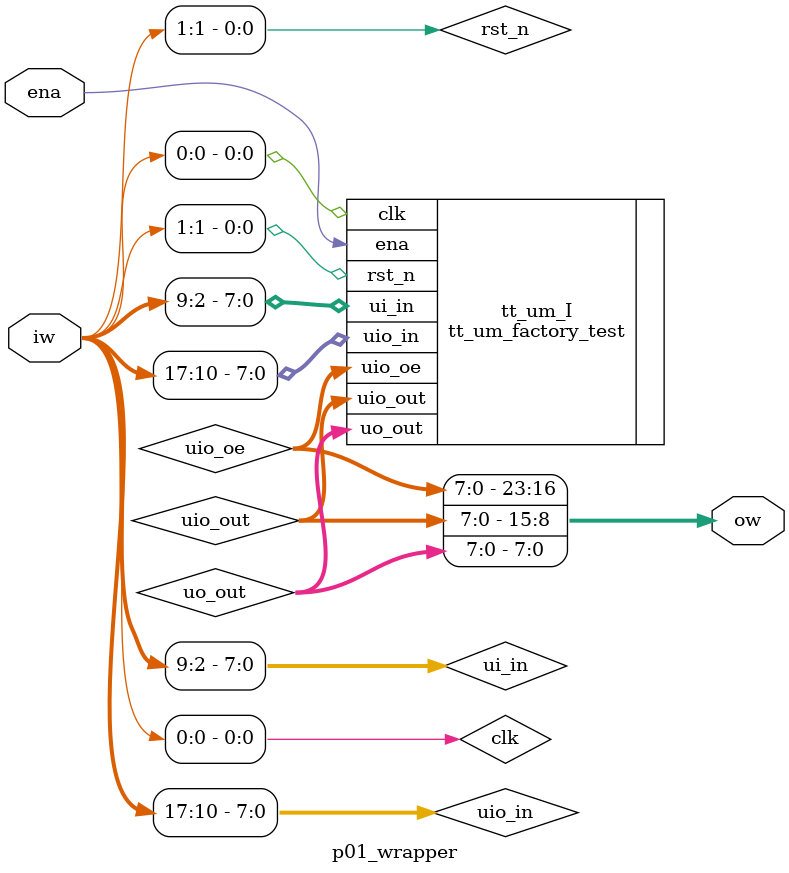
<source format=v>
`default_nettype none

module p01_wrapper (
  input wire ena,
  input wire [17:0] iw,
  output wire [23:0] ow
);

wire [7:0] uio_in;
wire [7:0] uio_out;
wire [7:0] uio_oe;
wire [7:0] uo_out;
wire [7:0] ui_in;
wire clk;
wire rst_n;

assign { uio_in, ui_in, rst_n, clk } = iw;
assign ow = { uio_oe, uio_out, uo_out };

tt_um_factory_test tt_um_I (
  .uio_in  (uio_in),
  .uio_out (uio_out),
  .uio_oe  (uio_oe),
  .uo_out  (uo_out),
  .ui_in   (ui_in),
  .ena     (ena),
  .clk     (clk),
  .rst_n   (rst_n)
);

endmodule

</source>
